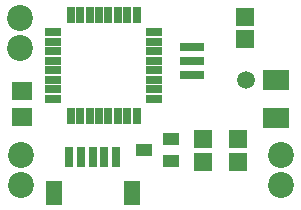
<source format=gbr>
%FSLAX34Y34*%
%MOMM*%
%LNSOLDERMASK_TOP*%
G71*
G01*
%ADD10R, 0.799X1.749*%
%ADD11R, 1.399X2.001*%
%ADD12R, 1.470X0.759*%
%ADD13R, 0.759X1.470*%
%ADD14R, 2.100X0.800*%
%ADD15R, 1.800X1.500*%
%ADD16C, 2.199*%
%ADD17R, 1.400X1.000*%
%ADD18R, 1.600X1.500*%
%ADD19C, 1.500*%
%ADD20R, 2.200X1.800*%
%LPD*%
X59457Y43854D02*
G54D10*
D03*
X69465Y43853D02*
G54D10*
D03*
X46452Y12840D02*
G54D11*
D03*
X112442Y12840D02*
G54D11*
D03*
X79448Y43853D02*
G54D10*
D03*
X89455Y43853D02*
G54D10*
D03*
X99463Y43853D02*
G54D10*
D03*
X131812Y92904D02*
G54D12*
D03*
X131812Y100905D02*
G54D12*
D03*
X131812Y108906D02*
G54D12*
D03*
X131812Y116907D02*
G54D12*
D03*
X131812Y124908D02*
G54D12*
D03*
X131812Y132909D02*
G54D12*
D03*
X131812Y140910D02*
G54D12*
D03*
X131812Y148911D02*
G54D12*
D03*
X45960Y148911D02*
G54D12*
D03*
X45960Y140910D02*
G54D12*
D03*
X45960Y132909D02*
G54D12*
D03*
X45960Y124908D02*
G54D12*
D03*
X45960Y116907D02*
G54D12*
D03*
X45960Y108906D02*
G54D12*
D03*
X45960Y100905D02*
G54D12*
D03*
X45960Y92904D02*
G54D12*
D03*
X60895Y77969D02*
G54D13*
D03*
X68896Y77969D02*
G54D13*
D03*
X77000Y77961D02*
G54D13*
D03*
X84898Y77969D02*
G54D13*
D03*
X92899Y77969D02*
G54D13*
D03*
X100900Y77969D02*
G54D13*
D03*
X108901Y77969D02*
G54D13*
D03*
X116902Y77969D02*
G54D13*
D03*
X116902Y163821D02*
G54D13*
D03*
X108901Y163821D02*
G54D13*
D03*
X100900Y163821D02*
G54D13*
D03*
X92899Y163821D02*
G54D13*
D03*
X84898Y163821D02*
G54D13*
D03*
X76897Y163821D02*
G54D13*
D03*
X68896Y163821D02*
G54D13*
D03*
X60895Y163821D02*
G54D13*
D03*
X163438Y136537D02*
G54D14*
D03*
X163438Y124631D02*
G54D14*
D03*
X163835Y112725D02*
G54D14*
D03*
X19718Y99130D02*
G54D15*
D03*
X19718Y77748D02*
G54D15*
D03*
X239226Y19777D02*
G54D16*
D03*
X239226Y44780D02*
G54D16*
D03*
X18564Y19380D02*
G54D16*
D03*
X18564Y44780D02*
G54D16*
D03*
X146073Y59074D02*
G54D17*
D03*
X146073Y40074D02*
G54D17*
D03*
X123086Y49574D02*
G54D17*
D03*
X202413Y39464D02*
G54D18*
D03*
X202413Y58464D02*
G54D18*
D03*
X173044Y58464D02*
G54D18*
D03*
X173044Y39464D02*
G54D18*
D03*
X18167Y161064D02*
G54D16*
D03*
X18167Y135664D02*
G54D16*
D03*
X209063Y108656D02*
G54D19*
D03*
X208247Y143323D02*
G54D18*
D03*
X208247Y162323D02*
G54D18*
D03*
X235149Y76814D02*
G54D20*
D03*
X235149Y108783D02*
G54D20*
D03*
M02*

</source>
